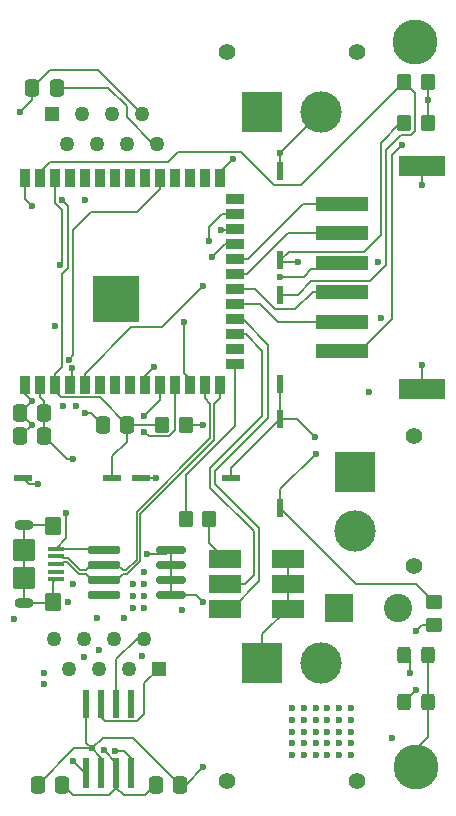
<source format=gtl>
%TF.GenerationSoftware,KiCad,Pcbnew,8.0.1-8.0.1-1~ubuntu22.04.1*%
%TF.CreationDate,2024-04-21T23:11:14-04:00*%
%TF.ProjectId,arm_drive_j2,61726d5f-6472-4697-9665-5f6a322e6b69,rev?*%
%TF.SameCoordinates,Original*%
%TF.FileFunction,Copper,L1,Top*%
%TF.FilePolarity,Positive*%
%FSLAX46Y46*%
G04 Gerber Fmt 4.6, Leading zero omitted, Abs format (unit mm)*
G04 Created by KiCad (PCBNEW 8.0.1-8.0.1-1~ubuntu22.04.1) date 2024-04-21 23:11:14*
%MOMM*%
%LPD*%
G01*
G04 APERTURE LIST*
G04 Aperture macros list*
%AMRoundRect*
0 Rectangle with rounded corners*
0 $1 Rounding radius*
0 $2 $3 $4 $5 $6 $7 $8 $9 X,Y pos of 4 corners*
0 Add a 4 corners polygon primitive as box body*
4,1,4,$2,$3,$4,$5,$6,$7,$8,$9,$2,$3,0*
0 Add four circle primitives for the rounded corners*
1,1,$1+$1,$2,$3*
1,1,$1+$1,$4,$5*
1,1,$1+$1,$6,$7*
1,1,$1+$1,$8,$9*
0 Add four rect primitives between the rounded corners*
20,1,$1+$1,$2,$3,$4,$5,0*
20,1,$1+$1,$4,$5,$6,$7,0*
20,1,$1+$1,$6,$7,$8,$9,0*
20,1,$1+$1,$8,$9,$2,$3,0*%
G04 Aperture macros list end*
%TA.AperFunction,SMDPad,CuDef*%
%ADD10RoundRect,0.250000X-0.350000X-0.450000X0.350000X-0.450000X0.350000X0.450000X-0.350000X0.450000X0*%
%TD*%
%TA.AperFunction,SMDPad,CuDef*%
%ADD11RoundRect,0.250000X0.337500X0.475000X-0.337500X0.475000X-0.337500X-0.475000X0.337500X-0.475000X0*%
%TD*%
%TA.AperFunction,SMDPad,CuDef*%
%ADD12RoundRect,0.250000X0.325000X0.450000X-0.325000X0.450000X-0.325000X-0.450000X0.325000X-0.450000X0*%
%TD*%
%TA.AperFunction,SMDPad,CuDef*%
%ADD13RoundRect,0.250000X0.350000X0.450000X-0.350000X0.450000X-0.350000X-0.450000X0.350000X-0.450000X0*%
%TD*%
%TA.AperFunction,SMDPad,CuDef*%
%ADD14R,3.911600X1.803400*%
%TD*%
%TA.AperFunction,SMDPad,CuDef*%
%ADD15R,4.495800X1.295400*%
%TD*%
%TA.AperFunction,ComponentPad*%
%ADD16C,1.400000*%
%TD*%
%TA.AperFunction,ComponentPad*%
%ADD17R,3.500000X3.500000*%
%TD*%
%TA.AperFunction,ComponentPad*%
%ADD18C,3.500000*%
%TD*%
%TA.AperFunction,SMDPad,CuDef*%
%ADD19R,0.609600X1.511300*%
%TD*%
%TA.AperFunction,SMDPad,CuDef*%
%ADD20R,1.511300X0.609600*%
%TD*%
%TA.AperFunction,SMDPad,CuDef*%
%ADD21R,0.900000X1.500000*%
%TD*%
%TA.AperFunction,SMDPad,CuDef*%
%ADD22R,1.500000X0.900000*%
%TD*%
%TA.AperFunction,SMDPad,CuDef*%
%ADD23R,3.900000X3.900000*%
%TD*%
%TA.AperFunction,SMDPad,CuDef*%
%ADD24RoundRect,0.041300X0.253700X-1.228700X0.253700X1.228700X-0.253700X1.228700X-0.253700X-1.228700X0*%
%TD*%
%TA.AperFunction,SMDPad,CuDef*%
%ADD25RoundRect,0.041300X0.253700X-1.103700X0.253700X1.103700X-0.253700X1.103700X-0.253700X-1.103700X0*%
%TD*%
%TA.AperFunction,SMDPad,CuDef*%
%ADD26RoundRect,0.150000X-1.225000X-0.150000X1.225000X-0.150000X1.225000X0.150000X-1.225000X0.150000X0*%
%TD*%
%TA.AperFunction,SMDPad,CuDef*%
%ADD27RoundRect,0.150000X-1.100000X-0.150000X1.100000X-0.150000X1.100000X0.150000X-1.100000X0.150000X0*%
%TD*%
%TA.AperFunction,SMDPad,CuDef*%
%ADD28RoundRect,0.250000X-0.450000X0.350000X-0.450000X-0.350000X0.450000X-0.350000X0.450000X0.350000X0*%
%TD*%
%TA.AperFunction,SMDPad,CuDef*%
%ADD29RoundRect,0.100000X-0.575000X0.100000X-0.575000X-0.100000X0.575000X-0.100000X0.575000X0.100000X0*%
%TD*%
%TA.AperFunction,ComponentPad*%
%ADD30O,1.600000X0.900000*%
%TD*%
%TA.AperFunction,SMDPad,CuDef*%
%ADD31RoundRect,0.250000X-0.450000X0.550000X-0.450000X-0.550000X0.450000X-0.550000X0.450000X0.550000X0*%
%TD*%
%TA.AperFunction,SMDPad,CuDef*%
%ADD32RoundRect,0.250000X-0.700000X0.700000X-0.700000X-0.700000X0.700000X-0.700000X0.700000X0.700000X0*%
%TD*%
%TA.AperFunction,SMDPad,CuDef*%
%ADD33RoundRect,0.250000X-0.337500X-0.475000X0.337500X-0.475000X0.337500X0.475000X-0.337500X0.475000X0*%
%TD*%
%TA.AperFunction,SMDPad,CuDef*%
%ADD34R,2.704600X1.549400*%
%TD*%
%TA.AperFunction,SMDPad,CuDef*%
%ADD35R,2.704600X1.524700*%
%TD*%
%TA.AperFunction,ComponentPad*%
%ADD36C,2.600000*%
%TD*%
%TA.AperFunction,ConnectorPad*%
%ADD37C,3.800000*%
%TD*%
%TA.AperFunction,ComponentPad*%
%ADD38R,1.268000X1.268000*%
%TD*%
%TA.AperFunction,ComponentPad*%
%ADD39C,1.268000*%
%TD*%
%TA.AperFunction,ComponentPad*%
%ADD40R,2.400000X2.400000*%
%TD*%
%TA.AperFunction,ComponentPad*%
%ADD41C,2.400000*%
%TD*%
%TA.AperFunction,ViaPad*%
%ADD42C,0.600000*%
%TD*%
%TA.AperFunction,Conductor*%
%ADD43C,0.200000*%
%TD*%
%TA.AperFunction,Conductor*%
%ADD44C,0.155814*%
%TD*%
G04 APERTURE END LIST*
D10*
%TO.P,R4,1*%
%TO.N,PB_REV_J2*%
X49000000Y-21500000D03*
%TO.P,R4,2*%
%TO.N,+3.3V*%
X51000000Y-21500000D03*
%TD*%
D11*
%TO.P,C19,1*%
%TO.N,EN_PB*%
X25537500Y-50500000D03*
%TO.P,C19,2*%
%TO.N,GND*%
X23462500Y-50500000D03*
%TD*%
D12*
%TO.P,D1,1,K*%
%TO.N,GND*%
X51025000Y-74000000D03*
%TO.P,D1,2,A*%
%TO.N,Net-(D1-A)*%
X48975000Y-74000000D03*
%TD*%
D13*
%TO.P,R6,1*%
%TO.N,Net-(D3-Pad1)*%
X32500000Y-58500000D03*
%TO.P,R6,2*%
%TO.N,LED_R*%
X30500000Y-58500000D03*
%TD*%
D14*
%TO.P,J4,*%
%TO.N,GND*%
X50500000Y-47500000D03*
X50500000Y-28600002D03*
D15*
%TO.P,J4,1*%
%TO.N,+5V*%
X43700000Y-44300001D03*
%TO.P,J4,2*%
%TO.N,SCK*%
X43700000Y-41800001D03*
%TO.P,J4,3*%
%TO.N,MOSI*%
X43700000Y-39300001D03*
%TO.P,J4,4*%
%TO.N,GND*%
X43700000Y-36800001D03*
%TO.P,J4,5*%
%TO.N,MISO*%
X43700000Y-34300001D03*
%TO.P,J4,6*%
%TO.N,CS_ENC_J2*%
X43700000Y-31800001D03*
%TD*%
D16*
%TO.P,J8,*%
%TO.N,*%
X34000000Y-19000000D03*
X45000000Y-19000000D03*
D17*
%TO.P,J8,1,-*%
%TO.N,+24V*%
X37000000Y-24000000D03*
D18*
%TO.P,J8,2,+*%
%TO.N,GND*%
X42000000Y-24000000D03*
%TD*%
D19*
%TO.P,SW3,1*%
%TO.N,GND*%
X38500000Y-29000000D03*
%TO.P,SW3,2*%
%TO.N,PB_FWD_J2*%
X38500000Y-36607300D03*
%TD*%
D20*
%TO.P,SW2,1*%
%TO.N,GND*%
X34303650Y-55000000D03*
%TO.P,SW2,2*%
%TO.N,GPIO_0*%
X26696350Y-55000000D03*
%TD*%
D21*
%TO.P,U6,1,GND*%
%TO.N,GND*%
X16880000Y-47150000D03*
%TO.P,U6,2,3V3*%
%TO.N,+3.3V*%
X18150000Y-47150000D03*
%TO.P,U6,3,EN*%
%TO.N,EN_PB*%
X19420000Y-47150000D03*
%TO.P,U6,4,IO4*%
%TO.N,PB_CALIB_J2*%
X20690000Y-47150000D03*
%TO.P,U6,5,IO5*%
%TO.N,PB_FWD_J2*%
X21960000Y-47150000D03*
%TO.P,U6,6,IO6*%
%TO.N,unconnected-(U6-IO6-Pad6)*%
X23230000Y-47150000D03*
%TO.P,U6,7,IO7*%
%TO.N,unconnected-(U6-IO7-Pad7)*%
X24500000Y-47150000D03*
%TO.P,U6,8,IO15*%
%TO.N,unconnected-(U6-IO15-Pad8)*%
X25770000Y-47150000D03*
%TO.P,U6,9,IO16*%
%TO.N,J2_EN_2*%
X27040000Y-47150000D03*
%TO.P,U6,10,IO17*%
%TO.N,ENC_QUAD_A*%
X28310000Y-47150000D03*
%TO.P,U6,11,IO18*%
%TO.N,ENC_QUAD_B*%
X29580000Y-47150000D03*
%TO.P,U6,12,IO8*%
%TO.N,J2_EN_1*%
X30850000Y-47150000D03*
%TO.P,U6,13,IO19*%
%TO.N,USB_N*%
X32120000Y-47150000D03*
%TO.P,U6,14,IO20*%
%TO.N,USB_P*%
X33390000Y-47150000D03*
D22*
%TO.P,U6,15,IO3*%
%TO.N,LED_R*%
X34640000Y-45385000D03*
%TO.P,U6,16,IO46*%
%TO.N,unconnected-(U6-IO46-Pad16)*%
X34640000Y-44115000D03*
%TO.P,U6,17,IO9*%
%TO.N,LED_G*%
X34640000Y-42845000D03*
%TO.P,U6,18,IO10*%
%TO.N,LED_B*%
X34640000Y-41575000D03*
%TO.P,U6,19,IO11*%
%TO.N,SCK*%
X34640000Y-40305000D03*
%TO.P,U6,20,IO12*%
%TO.N,MOSI*%
X34640000Y-39035000D03*
%TO.P,U6,21,IO13*%
%TO.N,MISO*%
X34640000Y-37765000D03*
%TO.P,U6,22,IO14*%
%TO.N,CS_ENC_J2*%
X34640000Y-36495000D03*
%TO.P,U6,23,IO21*%
%TO.N,J2_IN_1*%
X34640000Y-35225000D03*
%TO.P,U6,24,IO47*%
%TO.N,RXC*%
X34640000Y-33955000D03*
%TO.P,U6,25,IO48*%
%TO.N,TXC*%
X34640000Y-32685000D03*
%TO.P,U6,26,IO45*%
%TO.N,unconnected-(U6-IO45-Pad26)*%
X34640000Y-31415000D03*
D21*
%TO.P,U6,27,IO0*%
%TO.N,GPIO_0*%
X33390000Y-29650000D03*
%TO.P,U6,28,IO35*%
%TO.N,unconnected-(U6-IO35-Pad28)*%
X32120000Y-29650000D03*
%TO.P,U6,29,IO36*%
%TO.N,unconnected-(U6-IO36-Pad29)*%
X30850000Y-29650000D03*
%TO.P,U6,30,IO37*%
%TO.N,unconnected-(U6-IO37-Pad30)*%
X29580000Y-29650000D03*
%TO.P,U6,31,IO38*%
%TO.N,J2_IN_2*%
X28310000Y-29650000D03*
%TO.P,U6,32,IO39*%
%TO.N,unconnected-(U6-IO39-Pad32)*%
X27040000Y-29650000D03*
%TO.P,U6,33,IO40*%
%TO.N,unconnected-(U6-IO40-Pad33)*%
X25770000Y-29650000D03*
%TO.P,U6,34,IO41*%
%TO.N,unconnected-(U6-IO41-Pad34)*%
X24500000Y-29650000D03*
%TO.P,U6,35,IO42*%
%TO.N,unconnected-(U6-IO42-Pad35)*%
X23230000Y-29650000D03*
%TO.P,U6,36,RXD0*%
%TO.N,unconnected-(U6-RXD0-Pad36)*%
X21960000Y-29650000D03*
%TO.P,U6,37,TXD0*%
%TO.N,unconnected-(U6-TXD0-Pad37)*%
X20690000Y-29650000D03*
%TO.P,U6,38,IO2*%
%TO.N,LED_BUILDIN*%
X19420000Y-29650000D03*
%TO.P,U6,39,IO1*%
%TO.N,PB_REV_J2*%
X18150000Y-29650000D03*
%TO.P,U6,40,GND*%
%TO.N,GND*%
X16880000Y-29650000D03*
D23*
%TO.P,U6,41,GND*%
X24600000Y-39900000D03*
%TD*%
D20*
%TO.P,SW1,1*%
%TO.N,GND*%
X16696350Y-55000000D03*
%TO.P,SW1,2*%
%TO.N,EN_PB*%
X24303650Y-55000000D03*
%TD*%
D12*
%TO.P,D2,1,K*%
%TO.N,GND*%
X51025000Y-70000000D03*
%TO.P,D2,2,A*%
%TO.N,Net-(D2-A)*%
X48975000Y-70000000D03*
%TD*%
D13*
%TO.P,R13,1*%
%TO.N,+3.3V*%
X30500000Y-50500000D03*
%TO.P,R13,2*%
%TO.N,EN_PB*%
X28500000Y-50500000D03*
%TD*%
D24*
%TO.P,U2,1,TXD*%
%TO.N,RXC*%
X22095000Y-79980000D03*
%TO.P,U2,2,GND*%
%TO.N,GND*%
X23365000Y-79980000D03*
%TO.P,U2,3,VCC*%
%TO.N,+5V*%
X24635000Y-79980000D03*
%TO.P,U2,4,RXD*%
%TO.N,TXC*%
X25905000Y-79980000D03*
D25*
%TO.P,U2,5,VREF*%
%TO.N,unconnected-(U2-VREF-Pad5)*%
X25905000Y-74145000D03*
%TO.P,U2,6,CANL*%
%TO.N,CANL*%
X24635000Y-74145000D03*
%TO.P,U2,7,CANH*%
%TO.N,CANH*%
X23365000Y-74145000D03*
%TO.P,U2,8,S*%
%TO.N,GND*%
X22095000Y-74145000D03*
%TD*%
D16*
%TO.P,J6,1,-*%
%TO.N,GND*%
X45000000Y-80665000D03*
D17*
X37000000Y-70665000D03*
D16*
X34000000Y-80665000D03*
D18*
%TO.P,J6,2,+*%
%TO.N,+24V*%
X42000000Y-70665000D03*
%TD*%
D13*
%TO.P,R3,1*%
%TO.N,+3.3V*%
X51000000Y-25000000D03*
%TO.P,R3,2*%
%TO.N,PB_FWD_J2*%
X49000000Y-25000000D03*
%TD*%
D19*
%TO.P,SW5,1*%
%TO.N,GND*%
X38500000Y-50000000D03*
%TO.P,SW5,2*%
%TO.N,PB_CALIB_J2*%
X38500000Y-57607300D03*
%TD*%
%TO.P,SW4,1*%
%TO.N,GND*%
X38500000Y-47107300D03*
%TO.P,SW4,2*%
%TO.N,PB_REV_J2*%
X38500000Y-39500000D03*
%TD*%
D11*
%TO.P,C17,1*%
%TO.N,+3.3V*%
X18537500Y-51500000D03*
%TO.P,C17,2*%
%TO.N,GND*%
X16462500Y-51500000D03*
%TD*%
D26*
%TO.P,U1,1*%
%TO.N,+5V*%
X23625000Y-61095000D03*
%TO.P,U1,2*%
%TO.N,USB_N*%
X23625000Y-62365000D03*
%TO.P,U1,3*%
%TO.N,USB_P*%
X23625000Y-63635000D03*
%TO.P,U1,4*%
%TO.N,unconnected-(U1-Pad4)*%
X23625000Y-64905000D03*
D27*
%TO.P,U1,5*%
%TO.N,GND*%
X29250000Y-64905000D03*
%TO.P,U1,6*%
X29250000Y-63635000D03*
%TO.P,U1,7*%
X29250000Y-62365000D03*
%TO.P,U1,8*%
X29250000Y-61095000D03*
%TD*%
D28*
%TO.P,R5,1*%
%TO.N,PB_CALIB_J2*%
X51500000Y-65500000D03*
%TO.P,R5,2*%
%TO.N,+3.3V*%
X51500000Y-67500000D03*
%TD*%
D11*
%TO.P,C18,1*%
%TO.N,+3.3V*%
X18537500Y-49500000D03*
%TO.P,C18,2*%
%TO.N,GND*%
X16462500Y-49500000D03*
%TD*%
D29*
%TO.P,J1,1,VBUS*%
%TO.N,+5V*%
X19500000Y-61000000D03*
%TO.P,J1,2,D-*%
%TO.N,USB_N*%
X19500000Y-61650000D03*
%TO.P,J1,3,D+*%
%TO.N,USB_P*%
X19500000Y-62300000D03*
%TO.P,J1,4,ID*%
%TO.N,unconnected-(J1-ID-Pad4)*%
X19500000Y-62950000D03*
%TO.P,J1,5,GND*%
%TO.N,GND*%
X19500000Y-63600000D03*
D30*
%TO.P,J1,6,Shield*%
X16825000Y-59000000D03*
D31*
X19275000Y-59100000D03*
D32*
X16825000Y-61100000D03*
X16825000Y-63500000D03*
D31*
X19275000Y-65500000D03*
D30*
X16825000Y-65600000D03*
%TD*%
D16*
%TO.P,J7,*%
%TO.N,GND*%
X49850000Y-51500000D03*
X49850000Y-62500000D03*
D17*
%TO.P,J7,1,-*%
%TO.N,J2-*%
X44850000Y-54500000D03*
D18*
%TO.P,J7,2,+*%
%TO.N,J2+*%
X44850000Y-59500000D03*
%TD*%
D33*
%TO.P,C5,1*%
%TO.N,+5V*%
X17500000Y-22000000D03*
%TO.P,C5,2*%
%TO.N,GND*%
X19575000Y-22000000D03*
%TD*%
D34*
%TO.P,D3,1*%
%TO.N,Net-(D3-Pad1)*%
X33852300Y-61900002D03*
D35*
%TO.P,D3,2*%
%TO.N,LED_G*%
X33852300Y-63987650D03*
D34*
%TO.P,D3,3*%
%TO.N,LED_B*%
X33852300Y-66100001D03*
%TO.P,D3,4*%
%TO.N,GND*%
X39147700Y-66099998D03*
%TO.P,D3,5*%
X39147700Y-64000000D03*
%TO.P,D3,6*%
X39147700Y-61899999D03*
%TD*%
D33*
%TO.P,C4,1*%
%TO.N,+5V*%
X27962500Y-81000000D03*
%TO.P,C4,2*%
%TO.N,GND*%
X30037500Y-81000000D03*
%TD*%
D36*
%TO.P,H3,1,1*%
%TO.N,GND*%
X50000000Y-79500000D03*
D37*
X50000000Y-79500000D03*
%TD*%
D36*
%TO.P,H2,1,1*%
%TO.N,GND*%
X49899999Y-18121321D03*
D37*
X49899999Y-18121321D03*
%TD*%
D11*
%TO.P,C3,1*%
%TO.N,+5V*%
X20037500Y-81000000D03*
%TO.P,C3,2*%
%TO.N,GND*%
X17962500Y-81000000D03*
%TD*%
D38*
%TO.P,J3,1*%
%TO.N,CANH*%
X19217500Y-24230000D03*
D39*
%TO.P,J3,2*%
%TO.N,CANL*%
X20487500Y-26770000D03*
%TO.P,J3,3*%
%TO.N,unconnected-(J3-Pad3)*%
X21757500Y-24230000D03*
%TO.P,J3,4*%
%TO.N,unconnected-(J3-Pad4)*%
X23027500Y-26770000D03*
%TO.P,J3,5*%
%TO.N,unconnected-(J3-Pad5)*%
X24297500Y-24230000D03*
%TO.P,J3,6*%
%TO.N,unconnected-(J3-Pad6)*%
X25567500Y-26770000D03*
%TO.P,J3,7*%
%TO.N,+5V*%
X26837500Y-24230000D03*
%TO.P,J3,8*%
%TO.N,GND*%
X28107500Y-26770000D03*
%TD*%
D40*
%TO.P,C6,1*%
%TO.N,+24V*%
X43500000Y-66000000D03*
D41*
%TO.P,C6,2*%
%TO.N,GND*%
X48500000Y-66000000D03*
%TD*%
D38*
%TO.P,J2,1*%
%TO.N,CANH*%
X28233055Y-71165000D03*
D39*
%TO.P,J2,2*%
%TO.N,CANL*%
X26963055Y-68625000D03*
%TO.P,J2,3*%
%TO.N,unconnected-(J2-Pad3)*%
X25693055Y-71165000D03*
%TO.P,J2,4*%
%TO.N,unconnected-(J2-Pad4)*%
X24423055Y-68625000D03*
%TO.P,J2,5*%
%TO.N,unconnected-(J2-Pad5)*%
X23153055Y-71165000D03*
%TO.P,J2,6*%
%TO.N,unconnected-(J2-Pad6)*%
X21883055Y-68625000D03*
%TO.P,J2,7*%
%TO.N,+5V*%
X20613055Y-71165000D03*
%TO.P,J2,8*%
%TO.N,GND*%
X19343055Y-68625000D03*
%TD*%
D42*
%TO.N,GND*%
X27232014Y-61500000D03*
X18000000Y-55500000D03*
X20500000Y-65500000D03*
X27000000Y-63000000D03*
X27000000Y-65000000D03*
X23500000Y-38500000D03*
X26791841Y-70128921D03*
X17500000Y-48500000D03*
X41462733Y-51537267D03*
X22000000Y-31500000D03*
X25303940Y-66900000D03*
X22000000Y-49500000D03*
X50500000Y-45500000D03*
X20128267Y-48909721D03*
X32000000Y-65500000D03*
X26000000Y-64000000D03*
X26000000Y-66000000D03*
X26000000Y-65000000D03*
X27000000Y-66000000D03*
X22577500Y-77922500D03*
X17500000Y-32000000D03*
X50500000Y-30250000D03*
X27000000Y-64000000D03*
X38500000Y-27500000D03*
X17500000Y-50500000D03*
X38500000Y-38000000D03*
X23002252Y-66893478D03*
X23159808Y-69565103D03*
X21874828Y-70168257D03*
X21189472Y-48931677D03*
X32000000Y-79500000D03*
%TO.N,EN_PB*%
X20020000Y-31500000D03*
%TO.N,+5V*%
X48850000Y-26800000D03*
X23602720Y-78099191D03*
X20400000Y-58000000D03*
X16500000Y-24000000D03*
%TO.N,GPIO_0*%
X34500000Y-28000000D03*
X28000000Y-55000000D03*
%TO.N,+3.3V*%
X51000000Y-23000000D03*
X40500000Y-78500000D03*
X44500000Y-74500000D03*
X46750000Y-36750000D03*
X43500000Y-78500000D03*
X43500000Y-77500000D03*
X44500000Y-75500000D03*
X41500000Y-74500000D03*
X41500000Y-77500000D03*
X41500000Y-75500000D03*
X32000000Y-50500000D03*
X44500000Y-76500000D03*
X44500000Y-78500000D03*
X44500000Y-77500000D03*
X21000000Y-53400000D03*
X43500000Y-74500000D03*
X39500000Y-78500000D03*
X50000000Y-68000000D03*
X40500000Y-77500000D03*
X40500000Y-76500000D03*
X39500000Y-77500000D03*
X41500000Y-76500000D03*
X40500000Y-75500000D03*
X39500000Y-76500000D03*
X42500000Y-75500000D03*
X39500000Y-75500000D03*
X41500000Y-78500000D03*
X39500000Y-74500000D03*
X42500000Y-76500000D03*
X42500000Y-78500000D03*
X43500000Y-75500000D03*
X42500000Y-74500000D03*
X43500000Y-76500000D03*
X40500000Y-74500000D03*
X42500000Y-77500000D03*
%TO.N,Net-(D1-A)*%
X50000000Y-73000000D03*
%TO.N,Net-(D2-A)*%
X49500000Y-71500000D03*
%TO.N,LED_BUILDIN*%
X48000000Y-77000000D03*
X19900000Y-37000000D03*
%TO.N,PB_FWD_J2*%
X32000000Y-38750000D03*
X40000000Y-36750000D03*
%TO.N,PB_CALIB_J2*%
X20900000Y-45750000D03*
X41500000Y-53000000D03*
%TO.N,J2_IN_1*%
X21000000Y-64000000D03*
X32770991Y-36317884D03*
%TO.N,J2_EN_1*%
X30400000Y-41800000D03*
X30200000Y-66200000D03*
X16000000Y-67000000D03*
%TO.N,J2_IN_2*%
X20600000Y-45000000D03*
%TO.N,J2_EN_2*%
X19400000Y-42200000D03*
X27800000Y-45600000D03*
%TO.N,RXC*%
X33500000Y-34000000D03*
X18500000Y-72500000D03*
X21000000Y-79000000D03*
%TO.N,TXC*%
X24500000Y-78100000D03*
X18500000Y-71500000D03*
X32500000Y-35000000D03*
%TO.N,ENC_QUAD_A*%
X27000000Y-49750000D03*
X47000000Y-41500000D03*
%TO.N,ENC_QUAD_B*%
X46000000Y-47750000D03*
X27000000Y-51100000D03*
%TD*%
D43*
%TO.N,GND*%
X16825000Y-63500000D02*
X16825000Y-65600000D01*
X16880000Y-31380000D02*
X16880000Y-29650000D01*
X29250000Y-63635000D02*
X29250000Y-62365000D01*
X41152299Y-37347701D02*
X40500000Y-38000000D01*
X37000000Y-70665000D02*
X37000000Y-68247698D01*
X29250000Y-62365000D02*
X29250000Y-61095000D01*
X41462733Y-51537267D02*
X39925466Y-50000000D01*
X31405000Y-64905000D02*
X29250000Y-64905000D01*
X39147700Y-64000000D02*
X39147700Y-61899999D01*
X37000000Y-68247698D02*
X39147700Y-66099998D01*
X50500000Y-47500000D02*
X50500000Y-45500000D01*
X17962500Y-81000000D02*
X21040000Y-77922500D01*
X16500000Y-51500000D02*
X17500000Y-50500000D01*
X18000000Y-55500000D02*
X17196350Y-55500000D01*
X17500000Y-48500000D02*
X16880000Y-47880000D01*
X27770000Y-26770000D02*
X28107500Y-26770000D01*
X19175000Y-59000000D02*
X19275000Y-59100000D01*
X22577500Y-77922500D02*
X23365000Y-78710001D01*
X17196350Y-55500000D02*
X16696350Y-55000000D01*
X23944188Y-22000000D02*
X25500000Y-23555812D01*
X16825000Y-59000000D02*
X16825000Y-61100000D01*
X22462500Y-49500000D02*
X23462500Y-50500000D01*
X29250000Y-64905000D02*
X29250000Y-63635000D01*
X50000000Y-78000000D02*
X50000000Y-79500000D01*
X30500000Y-81000000D02*
X30037500Y-81000000D01*
X34303650Y-55000000D02*
X34303650Y-54196350D01*
X16500000Y-49500000D02*
X17500000Y-50500000D01*
X51025000Y-74000000D02*
X51025000Y-76975000D01*
X43152300Y-37347701D02*
X41152299Y-37347701D01*
X19275000Y-65500000D02*
X19275000Y-63825000D01*
X50500000Y-28600002D02*
X50500000Y-30250000D01*
X40500000Y-38000000D02*
X38500000Y-38000000D01*
X34303650Y-54196350D02*
X38500000Y-50000000D01*
X26037500Y-77000000D02*
X23500000Y-77000000D01*
X16462500Y-49500000D02*
X16500000Y-49500000D01*
X32000000Y-65500000D02*
X31405000Y-64905000D01*
X51025000Y-70000000D02*
X51025000Y-74000000D01*
X19175000Y-65600000D02*
X19275000Y-65500000D01*
X16825000Y-61100000D02*
X16825000Y-63500000D01*
X22095000Y-77440000D02*
X22577500Y-77922500D01*
X16825000Y-59000000D02*
X19175000Y-59000000D01*
X30037500Y-81000000D02*
X26037500Y-77000000D01*
X21040000Y-77922500D02*
X22577500Y-77922500D01*
X16825000Y-65600000D02*
X19175000Y-65600000D01*
X25500000Y-24500000D02*
X27770000Y-26770000D01*
X22095000Y-77440000D02*
X22095000Y-74145000D01*
X39925466Y-50000000D02*
X38500000Y-50000000D01*
X19275000Y-63825000D02*
X19500000Y-63600000D01*
X16500000Y-49500000D02*
X17500000Y-48500000D01*
X23500000Y-77000000D02*
X22577500Y-77922500D01*
X16462500Y-51500000D02*
X16500000Y-51500000D01*
X32000000Y-79500000D02*
X30500000Y-81000000D01*
X27232014Y-61500000D02*
X28845000Y-61500000D01*
X16880000Y-47880000D02*
X16880000Y-47150000D01*
X39147700Y-66099998D02*
X39147700Y-64000000D01*
X17500000Y-32000000D02*
X16880000Y-31380000D01*
X22000000Y-49500000D02*
X22462500Y-49500000D01*
X25500000Y-23555812D02*
X25500000Y-24500000D01*
X38500000Y-27500000D02*
X42000000Y-24000000D01*
X38500000Y-50000000D02*
X38500000Y-47107300D01*
X19575000Y-22000000D02*
X23944188Y-22000000D01*
X51025000Y-76975000D02*
X50000000Y-78000000D01*
X28845000Y-61500000D02*
X29250000Y-61095000D01*
X43700000Y-36800001D02*
X43152300Y-37347701D01*
X38500000Y-29000000D02*
X38500000Y-27500000D01*
X23365000Y-78710001D02*
X23365000Y-79980000D01*
%TO.N,EN_PB*%
X19420000Y-46200000D02*
X19420000Y-47150000D01*
X20500000Y-37248529D02*
X20000000Y-37748529D01*
X24303650Y-53196350D02*
X25537500Y-51962500D01*
X19420000Y-47680000D02*
X19420000Y-47150000D01*
X19940000Y-48200000D02*
X19420000Y-47680000D01*
X20000000Y-45620000D02*
X19420000Y-46200000D01*
X25537500Y-50500000D02*
X28500000Y-50500000D01*
X20020000Y-31500000D02*
X20500000Y-31980000D01*
X24303650Y-55000000D02*
X24303650Y-53196350D01*
X20000000Y-37748529D02*
X20000000Y-45620000D01*
X25537500Y-50500000D02*
X23237500Y-48200000D01*
X23237500Y-48200000D02*
X19940000Y-48200000D01*
X25537500Y-51962500D02*
X25537500Y-50500000D01*
X20500000Y-31980000D02*
X20500000Y-37248529D01*
%TO.N,+5V*%
X20937500Y-81900000D02*
X23984999Y-81900000D01*
X19000000Y-20500000D02*
X17500000Y-22000000D01*
X19500000Y-61000000D02*
X23530000Y-61000000D01*
X23602720Y-78099191D02*
X24635000Y-79131471D01*
X24635000Y-81249999D02*
X25285001Y-81900000D01*
X27062500Y-81900000D02*
X27962500Y-81000000D01*
X48850000Y-26800000D02*
X48000000Y-27650000D01*
X25285001Y-81900000D02*
X27062500Y-81900000D01*
X48000000Y-41600201D02*
X45300200Y-44300001D01*
X24635000Y-79131471D02*
X24635000Y-79980000D01*
X48000000Y-27650000D02*
X48000000Y-41600201D01*
X24635000Y-79980000D02*
X24635000Y-79083529D01*
X23530000Y-61000000D02*
X23625000Y-61095000D01*
X17500000Y-22000000D02*
X17500000Y-23000000D01*
X26837500Y-24230000D02*
X23107500Y-20500000D01*
X23107500Y-20500000D02*
X19000000Y-20500000D01*
X24635000Y-79980000D02*
X24635000Y-81249999D01*
X17500000Y-23000000D02*
X16500000Y-24000000D01*
X45300200Y-44300001D02*
X43700000Y-44300001D01*
X20400000Y-60100000D02*
X19500000Y-61000000D01*
X20037500Y-81000000D02*
X20937500Y-81900000D01*
X20400000Y-58000000D02*
X20400000Y-60100000D01*
X23984999Y-81900000D02*
X24635000Y-81249999D01*
%TO.N,GPIO_0*%
X28000000Y-55000000D02*
X26696350Y-55000000D01*
X33390000Y-29110000D02*
X33390000Y-29650000D01*
X34500000Y-28000000D02*
X33390000Y-29110000D01*
%TO.N,+3.3V*%
X21000000Y-53400000D02*
X20437500Y-53400000D01*
X32000000Y-50500000D02*
X30500000Y-50500000D01*
X51000000Y-25000000D02*
X51000000Y-23000000D01*
X18150000Y-47150000D02*
X18150000Y-48150000D01*
X50500000Y-67500000D02*
X50000000Y-68000000D01*
X18537500Y-48537500D02*
X18537500Y-49500000D01*
X18537500Y-49500000D02*
X18537500Y-51500000D01*
X51500000Y-67500000D02*
X50500000Y-67500000D01*
X18150000Y-48150000D02*
X18537500Y-48537500D01*
X20437500Y-53400000D02*
X18537500Y-51500000D01*
X51000000Y-21500000D02*
X51000000Y-23000000D01*
%TO.N,Net-(D1-A)*%
X49975000Y-73000000D02*
X48975000Y-74000000D01*
X50000000Y-73000000D02*
X49975000Y-73000000D01*
%TO.N,Net-(D2-A)*%
X49500000Y-71500000D02*
X49500000Y-70525000D01*
X49500000Y-70525000D02*
X48975000Y-70000000D01*
%TO.N,Net-(D3-Pad1)*%
X32500000Y-58500000D02*
X32500000Y-60547702D01*
X32500000Y-60547702D02*
X33852300Y-61900002D01*
%TO.N,LED_G*%
X32600000Y-54150000D02*
X32600000Y-55850000D01*
X37000000Y-49750000D02*
X32600000Y-54150000D01*
X35595000Y-42845000D02*
X37000000Y-44250000D01*
X34640000Y-42845000D02*
X35595000Y-42845000D01*
X37000000Y-44250000D02*
X37000000Y-49750000D01*
X32600000Y-55850000D02*
X36250000Y-59500000D01*
X36250000Y-59500000D02*
X36250000Y-63250000D01*
X36250000Y-63250000D02*
X35512350Y-63987650D01*
X35512350Y-63987650D02*
X33852300Y-63987650D01*
%TO.N,LED_B*%
X33000000Y-54446600D02*
X33000000Y-55500000D01*
X34399999Y-66100001D02*
X33852300Y-66100001D01*
X35325000Y-41575000D02*
X37500000Y-43750000D01*
X33000000Y-55500000D02*
X36750000Y-59250000D01*
X37500000Y-43750000D02*
X37500000Y-49946600D01*
X37500000Y-49946600D02*
X33000000Y-54446600D01*
X34640000Y-41575000D02*
X35325000Y-41575000D01*
X36750000Y-63750000D02*
X34399999Y-66100001D01*
X36750000Y-59250000D02*
X36750000Y-63750000D01*
%TO.N,CANH*%
X27000000Y-75000000D02*
X27000000Y-72398055D01*
X23365000Y-75289999D02*
X23665001Y-75590000D01*
X23665001Y-75590000D02*
X26410000Y-75590000D01*
X27000000Y-72398055D02*
X28233055Y-71165000D01*
X26410000Y-75590000D02*
X27000000Y-75000000D01*
X23365000Y-74145000D02*
X23365000Y-75289999D01*
%TO.N,CANL*%
X24635000Y-70365000D02*
X26375000Y-68625000D01*
X24635000Y-74145000D02*
X24635000Y-70365000D01*
X26375000Y-68625000D02*
X26963055Y-68625000D01*
D44*
%TO.N,USB_P*%
X25180893Y-63154107D02*
X25563835Y-63154107D01*
X20145893Y-62129107D02*
X20411165Y-62129107D01*
X19975000Y-62300000D02*
X20145893Y-62129107D01*
X22550000Y-63635000D02*
X23625000Y-63635000D01*
X32909107Y-48755894D02*
X33390000Y-48275001D01*
X19500000Y-62300000D02*
X19975000Y-62300000D01*
X25563835Y-63154107D02*
X26654107Y-62063835D01*
X20411165Y-62129107D02*
X21436165Y-63154107D01*
X22069107Y-63154107D02*
X22550000Y-63635000D01*
X24700000Y-63635000D02*
X25180893Y-63154107D01*
X26654107Y-58063835D02*
X32909107Y-51808835D01*
X21436165Y-63154107D02*
X22069107Y-63154107D01*
X26654107Y-62063835D02*
X26654107Y-58063835D01*
X32909107Y-51808835D02*
X32909107Y-48755894D01*
X23625000Y-63635000D02*
X24700000Y-63635000D01*
X33390000Y-48275001D02*
X33390000Y-47150000D01*
%TO.N,USB_N*%
X19500000Y-61650000D02*
X19975000Y-61650000D01*
X22550000Y-62365000D02*
X23625000Y-62365000D01*
X32600893Y-48755894D02*
X32120000Y-48275001D01*
X20145893Y-61820893D02*
X20538835Y-61820893D01*
X26345893Y-61936165D02*
X26345893Y-57936165D01*
X21563835Y-62845893D02*
X22069107Y-62845893D01*
X19975000Y-61650000D02*
X20145893Y-61820893D01*
X22069107Y-62845893D02*
X22550000Y-62365000D01*
X26345893Y-57936165D02*
X32600893Y-51681165D01*
X24700000Y-62365000D02*
X25180893Y-62845893D01*
X32120000Y-48275001D02*
X32120000Y-47150000D01*
X25436165Y-62845893D02*
X26345893Y-61936165D01*
X32600893Y-51681165D02*
X32600893Y-48755894D01*
X25180893Y-62845893D02*
X25436165Y-62845893D01*
X20538835Y-61820893D02*
X21563835Y-62845893D01*
X23625000Y-62365000D02*
X24700000Y-62365000D01*
D43*
%TO.N,CS_ENC_J2*%
X34640000Y-36495000D02*
X35755000Y-36495000D01*
X40449999Y-31800001D02*
X43700000Y-31800001D01*
X35755000Y-36495000D02*
X40449999Y-31800001D01*
%TO.N,MOSI*%
X36374550Y-39035000D02*
X38089550Y-40750000D01*
X39750000Y-40750000D02*
X41250000Y-39250000D01*
X41250000Y-39250000D02*
X43649999Y-39250000D01*
X43649999Y-39250000D02*
X43700000Y-39300001D01*
X38089550Y-40750000D02*
X39750000Y-40750000D01*
X34640000Y-39035000D02*
X36374550Y-39035000D01*
%TO.N,SCK*%
X36805000Y-40305000D02*
X38300001Y-41800001D01*
X34640000Y-40305000D02*
X36805000Y-40305000D01*
X38300001Y-41800001D02*
X43700000Y-41800001D01*
%TO.N,MISO*%
X35681850Y-37765000D02*
X39146849Y-34300001D01*
X39146849Y-34300001D02*
X43700000Y-34300001D01*
X34640000Y-37765000D02*
X35681850Y-37765000D01*
%TO.N,LED_BUILDIN*%
X19900000Y-37000000D02*
X20000000Y-36900000D01*
X19420000Y-31748529D02*
X19420000Y-29650000D01*
X20000000Y-36900000D02*
X20000000Y-32328529D01*
X20000000Y-32328529D02*
X19420000Y-31748529D01*
%TO.N,PB_FWD_J2*%
X47000000Y-34413253D02*
X47000000Y-26623804D01*
X21960000Y-47150000D02*
X21960000Y-46200000D01*
X21960000Y-46200000D02*
X25910000Y-42250000D01*
X48623804Y-25000000D02*
X49000000Y-25000000D01*
X25910000Y-42250000D02*
X28500000Y-42250000D01*
X47000000Y-26623804D02*
X48623804Y-25000000D01*
X45560952Y-35852301D02*
X47000000Y-34413253D01*
X39254999Y-35852301D02*
X45560952Y-35852301D01*
X40000000Y-36750000D02*
X38642700Y-36750000D01*
X28500000Y-42250000D02*
X32000000Y-38750000D01*
X38500000Y-36607300D02*
X39254999Y-35852301D01*
X38642700Y-36750000D02*
X38500000Y-36607300D01*
%TO.N,PB_REV_J2*%
X35150000Y-27400000D02*
X29850000Y-27400000D01*
X49900000Y-22400000D02*
X49000000Y-21500000D01*
X47500000Y-37000000D02*
X47500000Y-27251471D01*
X18150000Y-29120000D02*
X18150000Y-29650000D01*
X40000000Y-39500000D02*
X41147699Y-38352301D01*
X41147699Y-38352301D02*
X46147699Y-38352301D01*
X47500000Y-27251471D02*
X48751471Y-26000000D01*
X49000000Y-21500000D02*
X40250000Y-30250000D01*
X38500000Y-39500000D02*
X40000000Y-39500000D01*
X48751471Y-26000000D02*
X49584744Y-26000000D01*
X49584744Y-26000000D02*
X49900000Y-25684744D01*
X46147699Y-38352301D02*
X47500000Y-37000000D01*
X49900000Y-25684744D02*
X49900000Y-22400000D01*
X40250000Y-30250000D02*
X38000000Y-30250000D01*
X38000000Y-30250000D02*
X35150000Y-27400000D01*
X19020000Y-28250000D02*
X18150000Y-29120000D01*
X29850000Y-27400000D02*
X29000000Y-28250000D01*
X29000000Y-28250000D02*
X19020000Y-28250000D01*
%TO.N,PB_CALIB_J2*%
X38500000Y-57607300D02*
X38500000Y-56000000D01*
X20900000Y-46940000D02*
X20690000Y-47150000D01*
X44892700Y-64000000D02*
X50000000Y-64000000D01*
X38500000Y-57607300D02*
X44892700Y-64000000D01*
X20900000Y-45750000D02*
X20900000Y-46940000D01*
X50000000Y-64000000D02*
X51500000Y-65500000D01*
X38500000Y-56000000D02*
X41500000Y-53000000D01*
%TO.N,J2_IN_1*%
X34640000Y-35225000D02*
X33863875Y-35225000D01*
X33863875Y-35225000D02*
X32770991Y-36317884D01*
%TO.N,LED_R*%
X30500000Y-58500000D02*
X30500000Y-54752384D01*
X30500000Y-54752384D02*
X34640000Y-50612384D01*
X34640000Y-50612384D02*
X34640000Y-45385000D01*
%TO.N,J2_EN_1*%
X30850000Y-46620000D02*
X30400000Y-46170000D01*
X30400000Y-46170000D02*
X30400000Y-41800000D01*
X30850000Y-47150000D02*
X30850000Y-46620000D01*
%TO.N,J2_IN_2*%
X22500000Y-32500000D02*
X21000000Y-34000000D01*
X26410000Y-32500000D02*
X22500000Y-32500000D01*
X28310000Y-29650000D02*
X28310000Y-30600000D01*
X21000000Y-34000000D02*
X21000000Y-44600000D01*
X28310000Y-30600000D02*
X26410000Y-32500000D01*
X21000000Y-44600000D02*
X20600000Y-45000000D01*
%TO.N,J2_EN_2*%
X27040000Y-47150000D02*
X27040000Y-46360000D01*
X27040000Y-46360000D02*
X27800000Y-45600000D01*
%TO.N,RXC*%
X34595000Y-34000000D02*
X34640000Y-33955000D01*
X21980000Y-79980000D02*
X21000000Y-79000000D01*
X33500000Y-34000000D02*
X34595000Y-34000000D01*
X22095000Y-79980000D02*
X21980000Y-79980000D01*
%TO.N,TXC*%
X25905000Y-78710001D02*
X25294999Y-78100000D01*
X25294999Y-78100000D02*
X24500000Y-78100000D01*
X33566471Y-32685000D02*
X34640000Y-32685000D01*
X32500000Y-33751471D02*
X33566471Y-32685000D01*
X32500000Y-35000000D02*
X32500000Y-33751471D01*
X25905000Y-79980000D02*
X25905000Y-78710001D01*
%TO.N,ENC_QUAD_A*%
X28310000Y-47150000D02*
X28310000Y-48440000D01*
X28310000Y-48440000D02*
X27000000Y-49750000D01*
%TO.N,ENC_QUAD_B*%
X29084744Y-51500000D02*
X27400000Y-51500000D01*
X29580000Y-51004744D02*
X29084744Y-51500000D01*
X29580000Y-47150000D02*
X29580000Y-51004744D01*
X27400000Y-51500000D02*
X27000000Y-51100000D01*
%TD*%
M02*

</source>
